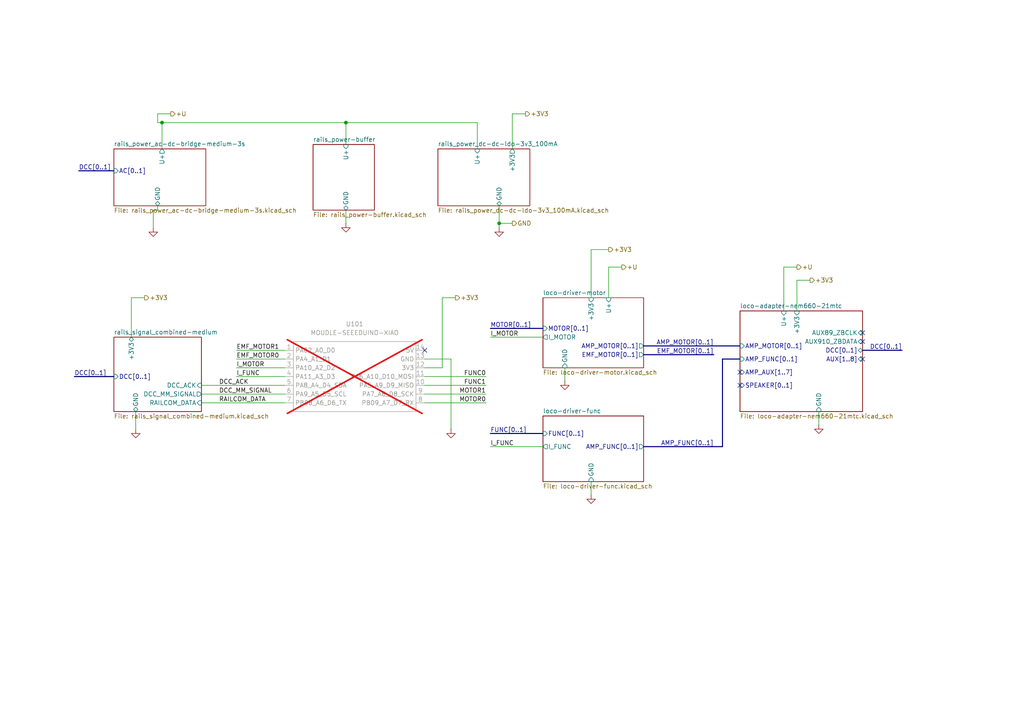
<source format=kicad_sch>
(kicad_sch (version 20231120) (generator "eeschema") (generator_version "8.0")
  (paper "A4")
  (title_block (title "xDuinoRail - RailcomDecoder - Development Kit \"Hermes\"") (date "2026-01-11") (rev "v1.0a") (company "Chatelain Engineering, Bern - CH"))
  (lib_symbols
    (symbol "Seeeduino-Xiao:MOUDLE-SEEEDUINO-XIAO"
      (property "Reference" "U" (at -16.51 11.43 0))
      (property "Value" "MOUDLE-SEEEDUINO-XIAO" (at -3.81 -11.43 0))
      (symbol "MOUDLE-SEEEDUINO-XIAO_0_1"
        (rectangle (start -16.51 10.16) (end 19.05 -10.16))
      )
      (symbol "MOUDLE-SEEEDUINO-XIAO_1_1"
        (pin passive line (at -19.05 7.62 0) (length 2.54) (name "PA02_A0_D0") (number "1"))
        (pin passive line (at 21.59 -2.54 180) (length 2.54) (name "PA5_A9_D9_MISO") (number "10"))
        (pin passive line (at 21.59 0 180) (length 2.54) (name "PA6_A10_D10_MOSI") (number "11"))
        (pin passive line (at 21.59 2.54 180) (length 2.54) (name "3V3") (number "12"))
        (pin passive line (at 21.59 5.08 180) (length 2.54) (name "GND") (number "13"))
        (pin passive line (at 21.59 7.62 180) (length 2.54) (name "5V") (number "14"))
        (pin passive line (at -19.05 5.08 0) (length 2.54) (name "PA4_A1_D1") (number "2"))
        (pin passive line (at -19.05 2.54 0) (length 2.54) (name "PA10_A2_D2") (number "3"))
        (pin passive line (at -19.05 0 0) (length 2.54) (name "PA11_A3_D3") (number "4"))
        (pin passive line (at -19.05 -2.54 0) (length 2.54) (name "PA8_A4_D4_SDA") (number "5"))
        (pin passive line (at -19.05 -5.08 0) (length 2.54) (name "PA9_A5_D5_SCL") (number "6"))
        (pin passive line (at -19.05 -7.62 0) (length 2.54) (name "PB08_A6_D6_TX") (number "7"))
        (pin passive line (at 21.59 -7.62 180) (length 2.54) (name "PB09_A7_D7_RX") (number "8"))
        (pin passive line (at 21.59 -5.08 180) (length 2.54) (name "PA7_A8_D8_SCK") (number "9"))
      )
    )
    (symbol "power:GND" (power) (pin_numbers hide) (pin_names (offset 0) hide)
      (property "Value" "GND" (at 0 -3.81 0))
      (symbol "GND_0_1"
        (polyline (pts (xy 0 0) (xy 0 -1.27) (xy 1.27 -1.27) (xy 0 -2.54) (xy -1.27 -1.27) (xy 0 -1.27)))
      )
      (symbol "GND_1_1"
        (pin power_in line (at 0 0 270) (length 0) (name "~") (number "1"))
      )
    )
  )
  (junction (at 144.78 64.77))
  (junction (at 100.33 35.56))
  (junction (at 46.99 35.56))
  (no_connect (at 250.19 99.06))
  (no_connect (at 214.63 111.76))
  (no_connect (at 250.19 104.14))
  (no_connect (at 123.19 101.6))
  (no_connect (at 250.19 96.52))
  (no_connect (at 214.63 107.95))
  (wire (pts (xy 231.14 81.28) (xy 231.14 90.17)))
  (wire (pts (xy 142.24 129.54) (xy 157.48 129.54)))
  (wire (pts (xy 171.45 139.7) (xy 171.45 143.51)))
  (bus (pts (xy 209.55 104.14) (xy 209.55 129.54)))
  (wire (pts (xy 100.33 35.56) (xy 138.43 35.56)))
  (bus (pts (xy 214.63 104.14) (xy 209.55 104.14)))
  (wire (pts (xy 45.72 33.02) (xy 45.72 35.56)))
  (wire (pts (xy 130.81 104.14) (xy 123.19 104.14)))
  (wire (pts (xy 49.53 33.02) (xy 45.72 33.02)))
  (wire (pts (xy 144.78 64.77) (xy 144.78 66.04)))
  (wire (pts (xy 163.83 106.68) (xy 163.83 110.49)))
  (wire (pts (xy 157.48 97.79) (xy 142.24 97.79)))
  (wire (pts (xy 45.72 60.96) (xy 45.72 59.69)))
  (wire (pts (xy 227.33 77.47) (xy 227.33 90.17)))
  (wire (pts (xy 140.97 109.22) (xy 123.19 109.22)))
  (wire (pts (xy 148.59 33.02) (xy 152.4 33.02)))
  (wire (pts (xy 68.58 106.68) (xy 82.55 106.68)))
  (wire (pts (xy 46.99 35.56) (xy 46.99 43.18)))
  (wire (pts (xy 237.49 119.38) (xy 237.49 123.19)))
  (wire (pts (xy 148.59 64.77) (xy 144.78 64.77)))
  (wire (pts (xy 58.42 114.3) (xy 82.55 114.3)))
  (bus (pts (xy 22.86 49.53) (xy 33.02 49.53)))
  (wire (pts (xy 46.99 35.56) (xy 100.33 35.56)))
  (wire (pts (xy 123.19 116.84) (xy 140.97 116.84)))
  (wire (pts (xy 180.34 77.47) (xy 176.53 77.47)))
  (bus (pts (xy 21.59 109.22) (xy 33.02 109.22)))
  (wire (pts (xy 234.95 81.28) (xy 231.14 81.28)))
  (bus (pts (xy 186.69 102.87) (xy 207.01 102.87)))
  (wire (pts (xy 82.55 104.14) (xy 68.58 104.14)))
  (wire (pts (xy 58.42 111.76) (xy 82.55 111.76)))
  (wire (pts (xy 138.43 35.56) (xy 138.43 43.18)))
  (wire (pts (xy 123.19 114.3) (xy 140.97 114.3)))
  (wire (pts (xy 130.81 104.14) (xy 130.81 124.46)))
  (wire (pts (xy 231.14 77.47) (xy 227.33 77.47)))
  (wire (pts (xy 82.55 101.6) (xy 68.58 101.6)))
  (wire (pts (xy 41.91 86.36) (xy 38.1 86.36)))
  (bus (pts (xy 261.62 101.6) (xy 250.19 101.6)))
  (wire (pts (xy 44.45 60.96) (xy 44.45 66.04)))
  (wire (pts (xy 171.45 72.39) (xy 171.45 86.36)))
  (wire (pts (xy 100.33 64.77) (xy 100.33 60.96)))
  (wire (pts (xy 132.08 86.36) (xy 128.27 86.36)))
  (wire (pts (xy 39.37 119.38) (xy 39.37 124.46)))
  (bus (pts (xy 186.69 129.54) (xy 209.55 129.54)))
  (wire (pts (xy 58.42 116.84) (xy 82.55 116.84)))
  (bus (pts (xy 157.48 125.73) (xy 142.24 125.73)))
  (wire (pts (xy 128.27 86.36) (xy 128.27 106.68)))
  (wire (pts (xy 38.1 86.36) (xy 38.1 97.79)))
  (bus (pts (xy 157.48 95.25) (xy 142.24 95.25)))
  (wire (pts (xy 100.33 35.56) (xy 100.33 41.91)))
  (wire (pts (xy 176.53 72.39) (xy 171.45 72.39)))
  (wire (pts (xy 176.53 77.47) (xy 176.53 86.36)))
  (wire (pts (xy 144.78 59.69) (xy 144.78 64.77)))
  (wire (pts (xy 46.99 35.56) (xy 45.72 35.56)))
  (bus (pts (xy 186.69 100.33) (xy 214.63 100.33)))
  (wire (pts (xy 148.59 33.02) (xy 148.59 43.18)))
  (wire (pts (xy 128.27 106.68) (xy 123.19 106.68)))
  (wire (pts (xy 140.97 111.76) (xy 123.19 111.76)))
  (wire (pts (xy 45.72 60.96) (xy 44.45 60.96)))
  (wire (pts (xy 68.58 109.22) (xy 82.55 109.22)))
  (label "MOTOR0" (at 140.97 116.84 180))
  (label "DCC_MM_SIGNAL" (at 63.5 114.3 0))
  (label "EMF_MOTOR[0..1]" (at 207.01 102.87 180))
  (label "I_FUNC" (at 68.58 109.22 0))
  (label "AMP_FUNC[0..1]" (at 207.01 129.54 180))
  (label "I_FUNC" (at 142.24 129.54 0))
  (label "DCC[0..1]" (at 261.62 101.6 180))
  (label "FUNC0" (at 140.97 109.22 180))
  (label "AMP_MOTOR[0..1]" (at 207.01 100.33 180))
  (label "EMF_MOTOR1" (at 68.58 101.6 0))
  (label "I_MOTOR" (at 68.58 106.68 0))
  (label "DCC[0..1]" (at 21.59 109.22 0))
  (label "DCC[0..1]" (at 22.86 49.53 0))
  (label "RAILCOM_DATA" (at 63.5 116.84 0))
  (label "FUNC[0..1]" (at 142.24 125.73 0))
  (label "FUNC1" (at 140.97 111.76 180))
  (label "EMF_MOTOR0" (at 68.58 104.14 0))
  (label "MOTOR1" (at 140.97 114.3 180))
  (label "DCC_ACK" (at 63.5 111.76 0))
  (label "I_MOTOR" (at 142.24 97.79 0))
  (label "MOTOR[0..1]" (at 142.24 95.25 0))
  (hierarchical_label "+U" (shape output) (at 180.34 77.47 0))
  (hierarchical_label "+3V3" (shape output) (at 176.53 72.39 0))
  (hierarchical_label "+3V3" (shape output) (at 234.95 81.28 0))
  (hierarchical_label "+3V3" (shape output) (at 41.91 86.36 0))
  (hierarchical_label "+3V3" (shape output) (at 132.08 86.36 0))
  (hierarchical_label "+U" (shape output) (at 49.53 33.02 0))
  (hierarchical_label "GND" (shape output) (at 148.59 64.77 0))
  (hierarchical_label "+3V3" (shape output) (at 152.4 33.02 0))
  (hierarchical_label "+U" (shape output) (at 231.14 77.47 0))
  (symbol (lib_id "power:GND") (at 237.49 123.19 0) (mirror y) (unit 1)
    (property "Reference" "#PWR105" (effects (hide yes)))
    (property "Value" "GND" (effects (hide yes)))
    (property "Description" "Power symbol creates a global label with name \"GND\" , ground" (effects (hide yes)))
  )
  (symbol (lib_id "power:GND") (at 171.45 143.51 0) (unit 1)
    (property "Reference" "#PWR108" (effects (hide yes)))
    (property "Value" "GND" (effects (hide yes)))
    (property "Description" "Power symbol creates a global label with name \"GND\" , ground" (effects (hide yes)))
  )
  (symbol (lib_id "power:GND") (at 163.83 110.49 0) (unit 1)
    (property "Reference" "#PWR104" (effects (hide yes)))
    (property "Value" "GND" (effects (hide yes)))
    (property "Description" "Power symbol creates a global label with name \"GND\" , ground" (effects (hide yes)))
  )
  (symbol (lib_id "power:GND") (at 44.45 66.04 0) (mirror y) (unit 1)
    (property "Reference" "#PWR102" (effects (hide yes)))
    (property "Value" "GND" (effects (hide yes)))
    (property "Description" "Power symbol creates a global label with name \"GND\" , ground" (effects (hide yes)))
  )
  (symbol (lib_id "power:GND") (at 144.78 66.04 0) (unit 1)
    (property "Reference" "#PWR103" (effects (hide yes)))
    (property "Value" "GND" (effects (hide yes)))
    (property "Description" "Power symbol creates a global label with name \"GND\" , ground" (effects (hide yes)))
  )
  (symbol (lib_id "power:GND") (at 39.37 124.46 0) (mirror y) (unit 1)
    (property "Reference" "#PWR106" (effects (hide yes)))
    (property "Value" "GND" (effects (hide yes)))
    (property "Description" "Power symbol creates a global label with name \"GND\" , ground" (effects (hide yes)))
  )
  (symbol (lib_id "power:GND") (at 100.33 64.77 0) (unit 1)
    (property "Reference" "#PWR101" (effects (hide yes)))
    (property "Value" "GND" (effects (hide yes)))
    (property "Description" "Power symbol creates a global label with name \"GND\" , ground" (effects (hide yes)))
  )
  (symbol (lib_id "Seeeduino-Xiao:MOUDLE-SEEEDUINO-XIAO") (at 101.6 109.22 0) (unit 1) (exclude_from_sim yes) (in_bom no) (dnp yes)
    (property "Reference" "U101" (at 102.87 93.98 0))
    (property "Value" "MOUDLE-SEEEDUINO-XIAO" (at 102.87 96.52 0))
    (property "Footprint" "xDuinoRail:XIAO_SMD" (effects (hide yes)))
  )
  (symbol (lib_id "power:GND") (at 130.81 124.46 0) (unit 1)
    (property "Reference" "#PWR107" (effects (hide yes)))
    (property "Value" "GND" (effects (hide yes)))
    (property "Description" "Power symbol creates a global label with name \"GND\" , ground" (effects (hide yes)))
  )
  (sheet (at 90.805 41.91) (size 17.78 19.05) (stroke (width 0.1524))
    (property "Sheetname" "rails_power-buffer" (at 90.805 41.1984 0) (effects (justify left bottom)))
    (property "Sheetfile" "rails_power-buffer.kicad_sch" (at 90.805 61.5446 0) (effects (justify left top)))
    (pin "GND" bidirectional (at 100.33 60.96 270))
    (pin "U+" input (at 100.33 41.91 90))
  )
  (sheet (at 157.48 86.36) (size 29.21 20.32) (stroke (width 0.1524))
    (property "Sheetname" "loco-driver-motor" (at 157.48 85.6484 0) (effects (justify left bottom)))
    (property "Sheetfile" "loco-driver-motor.kicad_sch" (at 157.48 107.2646 0) (effects (justify left top)))
    (pin "EMF_MOTOR[0..1]" output (at 186.69 102.87 0))
    (pin "AMP_MOTOR[0..1]" output (at 186.69 100.33 0))
    (pin "+3V3" input (at 171.45 86.36 90))
    (pin "U+" input (at 176.53 86.36 90))
    (pin "GND" input (at 163.83 106.68 270))
    (pin "MOTOR[0..1]" input (at 157.48 95.25 180))
    (pin "I_MOTOR" output (at 157.48 97.79 180))
  )
  (sheet (at 214.63 90.17) (size 35.56 29.21) (stroke (width 0.1524))
    (property "Sheetname" "loco-adapter-nem660-21mtc" (at 214.63 89.4584 0) (effects (justify left bottom)))
    (property "Sheetfile" "loco-adapter-nem660-21mtc.kicad_sch" (at 214.63 119.9646 0) (effects (justify left top)))
    (pin "GND" input (at 237.49 119.38 270))
    (pin "AUX89_ZBCLK" input (at 250.19 96.52 0))
    (pin "AUX910_ZBDATA" input (at 250.19 99.06 0))
    (pin "+3V3" input (at 231.14 90.17 90))
    (pin "U+" input (at 227.33 90.17 90))
    (pin "SPEAKER[0..1]" input (at 214.63 111.76 180))
    (pin "AMP_FUNC[0..1]" input (at 214.63 104.14 180))
    (pin "AMP_AUX[1..7]" input (at 214.63 107.95 180))
    (pin "AMP_MOTOR[0..1]" input (at 214.63 100.33 180))
    (pin "DCC[0..1]" bidirectional (at 250.19 101.6 0))
    (pin "AUX[1..8]" input (at 250.19 104.14 0))
  )
  (sheet (at 33.02 43.18) (size 26.67 16.51) (stroke (width 0.1524))
    (property "Sheetname" "rails_power_ac-dc-bridge-medium-3s" (at 33.02 42.4684 0) (effects (justify left bottom)))
    (property "Sheetfile" "rails_power_ac-dc-bridge-medium-3s.kicad_sch" (at 33.02 60.2746 0) (effects (justify left top)))
    (pin "U+" output (at 46.99 43.18 90))
    (pin "AC[0..1]" input (at 33.02 49.53 180))
    (pin "GND" bidirectional (at 45.72 59.69 270))
  )
  (sheet (at 127 43.18) (size 26.67 16.51) (stroke (width 0.1524))
    (property "Sheetname" "rails_power_dc-dc-ldo-3v3_100mA" (at 127 42.4684 0) (effects (justify left bottom)))
    (property "Sheetfile" "rails_power_dc-dc-ldo-3v3_100mA.kicad_sch" (at 127 60.2746 0) (effects (justify left top)))
    (pin "U+" input (at 138.43 43.18 90))
    (pin "GND" bidirectional (at 144.78 59.69 270))
    (pin "+3V3" output (at 148.59 43.18 90))
  )
  (sheet (at 33.02 97.79) (size 25.4 21.59) (stroke (width 0.1524))
    (property "Sheetname" "rails_signal_combined-medium" (at 33.02 97.0784 0) (effects (justify left bottom)))
    (property "Sheetfile" "rails_signal_combined-medium.kicad_sch" (at 33.02 119.9646 0) (effects (justify left top)))
    (pin "DCC_MM_SIGNAL" output (at 58.42 114.3 0))
    (pin "GND" bidirectional (at 39.37 119.38 270))
    (pin "RAILCOM_DATA" input (at 58.42 116.84 0))
    (pin "DCC[0..1]" input (at 33.02 109.22 180))
    (pin "DCC_ACK" input (at 58.42 111.76 0))
    (pin "+3V3" bidirectional (at 38.1 97.79 90))
  )
  (sheet (at 157.48 120.65) (size 29.21 19.05) (stroke (width 0.1524))
    (property "Sheetname" "loco-driver-func" (at 157.48 119.9384 0) (effects (justify left bottom)))
    (property "Sheetfile" "loco-driver-func.kicad_sch" (at 157.48 140.2846 0) (effects (justify left top)))
    (pin "GND" input (at 171.45 139.7 270))
    (pin "I_FUNC" output (at 157.48 129.54 180))
    (pin "AMP_FUNC[0..1]" output (at 186.69 129.54 0))
    (pin "FUNC[0..1]" input (at 157.48 125.73 180))
  )
)
</source>
